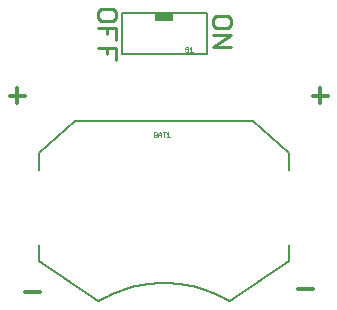
<source format=gbr>
G04 EAGLE Gerber RS-274X export*
G75*
%MOMM*%
%FSLAX34Y34*%
%LPD*%
%INSilkscreen Top*%
%IPPOS*%
%AMOC8*
5,1,8,0,0,1.08239X$1,22.5*%
G01*
%ADD10C,0.330200*%
%ADD11R,1.524000X0.762000*%
%ADD12C,0.279400*%
%ADD13C,0.203200*%
%ADD14C,0.025400*%


D10*
X29591Y207780D02*
X41963Y207780D01*
X35777Y213966D02*
X35777Y201594D01*
X286131Y207780D02*
X298503Y207780D01*
X292317Y213966D02*
X292317Y201594D01*
X54869Y41156D02*
X42497Y41156D01*
X273637Y43696D02*
X286009Y43696D01*
D11*
X160020Y274320D03*
D12*
X216548Y272709D02*
X216548Y267710D01*
X216548Y272709D02*
X214048Y275209D01*
X204049Y275209D01*
X201549Y272709D01*
X201549Y267710D01*
X204049Y265210D01*
X214048Y265210D01*
X216548Y267710D01*
X216548Y258837D02*
X201549Y258837D01*
X201549Y248838D02*
X216548Y258837D01*
X216548Y248838D02*
X201549Y248838D01*
X119266Y273552D02*
X119266Y278551D01*
X116766Y281051D01*
X106767Y281051D01*
X104267Y278551D01*
X104267Y273552D01*
X106767Y271052D01*
X116766Y271052D01*
X119266Y273552D01*
X119266Y264679D02*
X104267Y264679D01*
X119266Y264679D02*
X119266Y254680D01*
X111766Y259680D02*
X111766Y264679D01*
X104267Y248308D02*
X119266Y248308D01*
X119266Y238309D01*
X111766Y243308D02*
X111766Y248308D01*
D13*
X85020Y186530D02*
X235020Y186530D01*
X85020Y186530D02*
X54520Y159530D01*
X235020Y186530D02*
X265520Y159530D01*
X265520Y67530D02*
X215520Y33530D01*
X213286Y34847D01*
X211021Y36109D01*
X208726Y37316D01*
X206403Y38467D01*
X204052Y39561D01*
X201676Y40598D01*
X199275Y41578D01*
X196851Y42499D01*
X194406Y43361D01*
X191940Y44163D01*
X189456Y44906D01*
X186954Y45588D01*
X184437Y46210D01*
X181905Y46770D01*
X179361Y47269D01*
X176805Y47707D01*
X174239Y48082D01*
X171665Y48395D01*
X169085Y48646D01*
X166499Y48834D01*
X163909Y48959D01*
X161316Y49022D01*
X158724Y49022D01*
X156131Y48959D01*
X153541Y48834D01*
X150955Y48646D01*
X148375Y48395D01*
X145801Y48082D01*
X143235Y47707D01*
X140679Y47269D01*
X138135Y46770D01*
X135603Y46210D01*
X133086Y45588D01*
X130584Y44906D01*
X128100Y44163D01*
X125634Y43361D01*
X123189Y42499D01*
X120765Y41578D01*
X118364Y40598D01*
X115988Y39561D01*
X113637Y38467D01*
X111314Y37316D01*
X109019Y36109D01*
X106754Y34847D01*
X104520Y33530D01*
X54520Y67530D01*
X265520Y145030D02*
X265520Y159530D01*
X54520Y159530D02*
X54520Y145030D01*
X54520Y81030D02*
X54520Y67530D01*
X265520Y67530D02*
X265520Y81030D01*
D14*
X151257Y172847D02*
X151257Y176660D01*
X153164Y176660D01*
X153799Y176025D01*
X153799Y175389D01*
X153164Y174754D01*
X153799Y174118D01*
X153799Y173483D01*
X153164Y172847D01*
X151257Y172847D01*
X151257Y174754D02*
X153164Y174754D01*
X154999Y175389D02*
X154999Y172847D01*
X154999Y175389D02*
X156270Y176660D01*
X157541Y175389D01*
X157541Y172847D01*
X157541Y174754D02*
X154999Y174754D01*
X160012Y172847D02*
X160012Y176660D01*
X158741Y176660D02*
X161283Y176660D01*
X162483Y175389D02*
X163754Y176660D01*
X163754Y172847D01*
X162483Y172847D02*
X165025Y172847D01*
D13*
X196020Y242850D02*
X196020Y277850D01*
X124020Y277850D01*
X124020Y242850D01*
X196020Y242850D01*
D14*
X180605Y248161D02*
X179969Y248796D01*
X178698Y248796D01*
X178063Y248161D01*
X178063Y247525D01*
X178698Y246890D01*
X179969Y246890D01*
X180605Y246254D01*
X180605Y245619D01*
X179969Y244983D01*
X178698Y244983D01*
X178063Y245619D01*
X181805Y247525D02*
X183076Y248796D01*
X183076Y244983D01*
X181805Y244983D02*
X184347Y244983D01*
M02*

</source>
